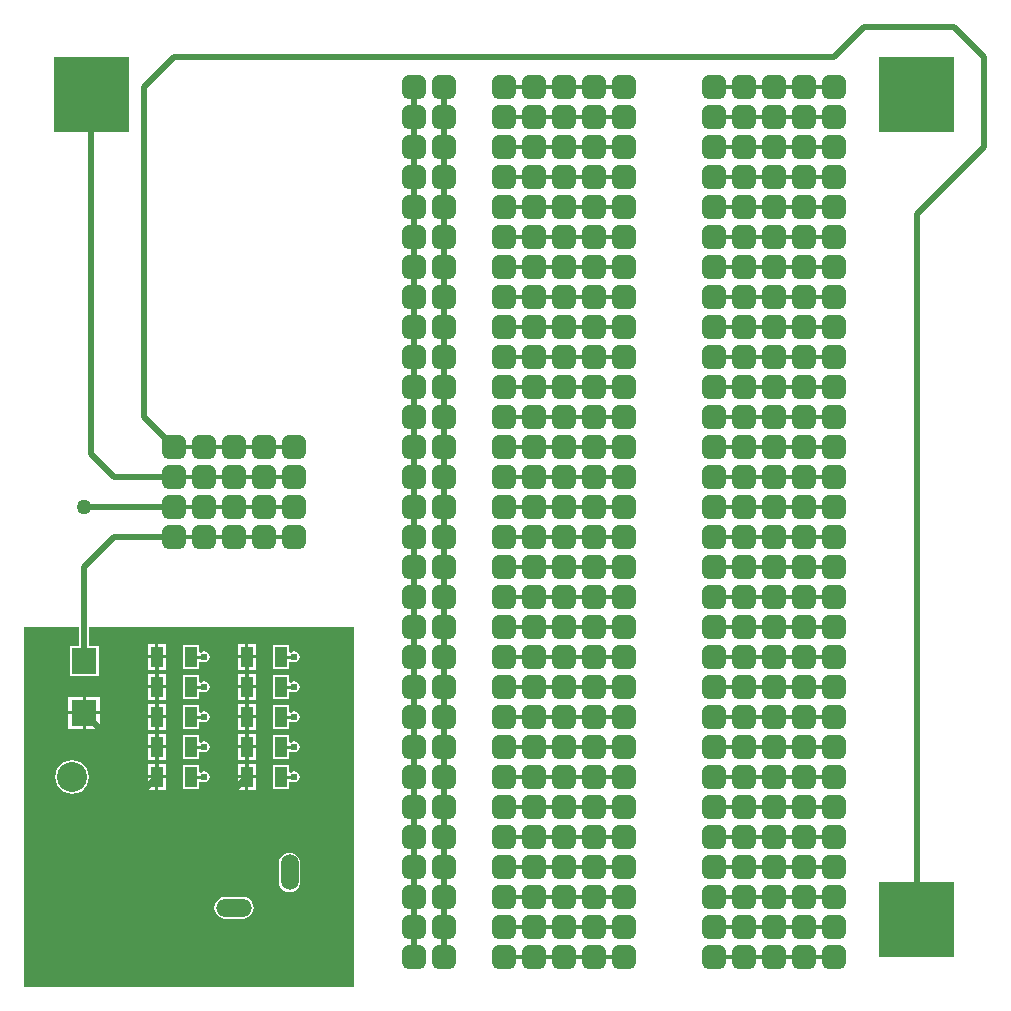
<source format=gtl>
G04*
G04 #@! TF.GenerationSoftware,Altium Limited,Altium Designer,18.1.7 (191)*
G04*
G04 Layer_Physical_Order=1*
G04 Layer_Color=255*
%FSLAX25Y25*%
%MOIN*%
G70*
G01*
G75*
%ADD14C,0.01000*%
%ADD16R,0.04134X0.06890*%
%ADD17R,0.08465X0.08661*%
%ADD26C,0.01968*%
%ADD27C,0.02000*%
%ADD28C,0.01181*%
%ADD29C,0.10000*%
G04:AMPARAMS|DCode=30|XSize=78.74mil|YSize=78.74mil|CornerRadius=19.68mil|HoleSize=0mil|Usage=FLASHONLY|Rotation=180.000|XOffset=0mil|YOffset=0mil|HoleType=Round|Shape=RoundedRectangle|*
%AMROUNDEDRECTD30*
21,1,0.07874,0.03937,0,0,180.0*
21,1,0.03937,0.07874,0,0,180.0*
1,1,0.03937,-0.01968,0.01968*
1,1,0.03937,0.01968,0.01968*
1,1,0.03937,0.01968,-0.01968*
1,1,0.03937,-0.01968,-0.01968*
%
%ADD30ROUNDEDRECTD30*%
G04:AMPARAMS|DCode=31|XSize=78.74mil|YSize=78.74mil|CornerRadius=19.68mil|HoleSize=0mil|Usage=FLASHONLY|Rotation=90.000|XOffset=0mil|YOffset=0mil|HoleType=Round|Shape=RoundedRectangle|*
%AMROUNDEDRECTD31*
21,1,0.07874,0.03937,0,0,90.0*
21,1,0.03937,0.07874,0,0,90.0*
1,1,0.03937,0.01968,0.01968*
1,1,0.03937,0.01968,-0.01968*
1,1,0.03937,-0.01968,-0.01968*
1,1,0.03937,-0.01968,0.01968*
%
%ADD31ROUNDEDRECTD31*%
%ADD32O,0.11874X0.05937*%
%ADD33O,0.05937X0.11874*%
%ADD34R,0.19685X0.19685*%
%ADD35C,0.05000*%
%ADD36C,0.02400*%
G36*
X150000Y125000D02*
X125000D01*
Y150000D01*
X150000D01*
Y125000D01*
D02*
G37*
G36*
X-125000D02*
X-150000D01*
Y150000D01*
X-125000D01*
Y125000D01*
D02*
G37*
G36*
X-50000Y-160000D02*
X-160000D01*
Y-40000D01*
X-141615D01*
Y-46408D01*
X-144832D01*
Y-56269D01*
X-135168D01*
Y-46408D01*
X-138385D01*
Y-40000D01*
X-50000D01*
Y-160000D01*
D02*
G37*
G36*
X150000Y-150000D02*
X125000D01*
Y-125000D01*
X150000D01*
Y-150000D01*
D02*
G37*
%LPC*%
G36*
X-112642Y-45555D02*
X-115209D01*
Y-49500D01*
X-112642D01*
Y-45555D01*
D02*
G37*
G36*
X-116209D02*
X-118776D01*
Y-49500D01*
X-116209D01*
Y-45555D01*
D02*
G37*
G36*
X-82642D02*
X-85209D01*
Y-49500D01*
X-82642D01*
Y-45555D01*
D02*
G37*
G36*
X-86209D02*
X-88776D01*
Y-49500D01*
X-86209D01*
Y-45555D01*
D02*
G37*
G36*
X-71624Y-45955D02*
X-76958D01*
Y-54045D01*
X-71624D01*
Y-51641D01*
X-71124Y-51414D01*
X-70702Y-51696D01*
X-70000Y-51835D01*
X-69298Y-51696D01*
X-68702Y-51298D01*
X-68304Y-50702D01*
X-68165Y-50000D01*
X-68304Y-49298D01*
X-68702Y-48702D01*
X-69298Y-48304D01*
X-70000Y-48165D01*
X-70702Y-48304D01*
X-71124Y-48586D01*
X-71624Y-48359D01*
Y-45955D01*
D02*
G37*
G36*
X-101624D02*
X-106958D01*
Y-54045D01*
X-101624D01*
Y-51641D01*
X-101124Y-51414D01*
X-100702Y-51696D01*
X-100000Y-51835D01*
X-99298Y-51696D01*
X-98702Y-51298D01*
X-98304Y-50702D01*
X-98165Y-50000D01*
X-98304Y-49298D01*
X-98702Y-48702D01*
X-99298Y-48304D01*
X-100000Y-48165D01*
X-100702Y-48304D01*
X-101124Y-48586D01*
X-101624Y-48359D01*
Y-45955D01*
D02*
G37*
G36*
X-82642Y-50500D02*
X-85209D01*
Y-54445D01*
X-82642D01*
Y-50500D01*
D02*
G37*
G36*
X-86209D02*
X-88776D01*
Y-54445D01*
X-86209D01*
Y-50500D01*
D02*
G37*
G36*
X-112642Y-50500D02*
X-115209D01*
Y-54445D01*
X-112642D01*
Y-50500D01*
D02*
G37*
G36*
X-116209D02*
X-118776D01*
Y-54445D01*
X-116209D01*
Y-50500D01*
D02*
G37*
G36*
X-82642Y-55555D02*
X-85209D01*
Y-59500D01*
X-82642D01*
Y-55555D01*
D02*
G37*
G36*
X-112642D02*
X-115209D01*
Y-59500D01*
X-112642D01*
Y-55555D01*
D02*
G37*
G36*
X-86209D02*
X-88776D01*
Y-59500D01*
X-86209D01*
Y-55555D01*
D02*
G37*
G36*
X-116209D02*
X-118776D01*
Y-59500D01*
X-116209D01*
Y-55555D01*
D02*
G37*
G36*
X-71624Y-55955D02*
X-76958D01*
Y-64045D01*
X-71624D01*
Y-61641D01*
X-71124Y-61414D01*
X-70702Y-61696D01*
X-70000Y-61835D01*
X-69298Y-61696D01*
X-68702Y-61298D01*
X-68304Y-60702D01*
X-68165Y-60000D01*
X-68304Y-59298D01*
X-68702Y-58702D01*
X-69298Y-58304D01*
X-70000Y-58165D01*
X-70702Y-58304D01*
X-71124Y-58586D01*
X-71624Y-58359D01*
Y-55955D01*
D02*
G37*
G36*
X-101624D02*
X-106958D01*
Y-64045D01*
X-101624D01*
Y-61641D01*
X-101124Y-61414D01*
X-100702Y-61696D01*
X-100000Y-61835D01*
X-99298Y-61696D01*
X-98702Y-61298D01*
X-98304Y-60702D01*
X-98165Y-60000D01*
X-98304Y-59298D01*
X-98702Y-58702D01*
X-99298Y-58304D01*
X-100000Y-58165D01*
X-100702Y-58304D01*
X-101124Y-58586D01*
X-101624Y-58359D01*
Y-55955D01*
D02*
G37*
G36*
X-82642Y-60500D02*
X-85209D01*
Y-64445D01*
X-82642D01*
Y-60500D01*
D02*
G37*
G36*
X-86209D02*
X-88776D01*
Y-64445D01*
X-86209D01*
Y-60500D01*
D02*
G37*
G36*
X-112642D02*
X-115209D01*
Y-64445D01*
X-112642D01*
Y-60500D01*
D02*
G37*
G36*
X-116209D02*
X-118776D01*
Y-64445D01*
X-116209D01*
Y-60500D01*
D02*
G37*
G36*
X-134768Y-63331D02*
X-139500D01*
Y-68161D01*
X-134768D01*
Y-63331D01*
D02*
G37*
G36*
X-140500D02*
X-145232D01*
Y-68161D01*
X-140500D01*
Y-63331D01*
D02*
G37*
G36*
X-82642Y-65555D02*
X-85209D01*
Y-69500D01*
X-82642D01*
Y-65555D01*
D02*
G37*
G36*
X-112642D02*
X-115209D01*
Y-69500D01*
X-112642D01*
Y-65555D01*
D02*
G37*
G36*
X-86209D02*
X-88776D01*
Y-69500D01*
X-86209D01*
Y-65555D01*
D02*
G37*
G36*
X-116209D02*
X-118776D01*
Y-69500D01*
X-116209D01*
Y-65555D01*
D02*
G37*
G36*
X-71624Y-65955D02*
X-76958D01*
Y-74045D01*
X-71624D01*
Y-71641D01*
X-71124Y-71414D01*
X-70702Y-71696D01*
X-70000Y-71835D01*
X-69298Y-71696D01*
X-68702Y-71298D01*
X-68304Y-70702D01*
X-68165Y-70000D01*
X-68304Y-69298D01*
X-68702Y-68702D01*
X-69298Y-68304D01*
X-70000Y-68165D01*
X-70702Y-68304D01*
X-71124Y-68586D01*
X-71624Y-68359D01*
Y-65955D01*
D02*
G37*
G36*
X-101624D02*
X-106958D01*
Y-74045D01*
X-101624D01*
Y-71641D01*
X-101124Y-71414D01*
X-100702Y-71696D01*
X-100000Y-71835D01*
X-99298Y-71696D01*
X-98702Y-71298D01*
X-98304Y-70702D01*
X-98165Y-70000D01*
X-98304Y-69298D01*
X-98702Y-68702D01*
X-99298Y-68304D01*
X-100000Y-68165D01*
X-100702Y-68304D01*
X-101124Y-68586D01*
X-101624Y-68359D01*
Y-65955D01*
D02*
G37*
G36*
X-134768Y-69161D02*
X-139500D01*
Y-73992D01*
X-134768D01*
Y-69161D01*
D02*
G37*
G36*
X-140500D02*
X-145232D01*
Y-73992D01*
X-140500D01*
Y-69161D01*
D02*
G37*
G36*
X-82642Y-70500D02*
X-85209D01*
Y-74445D01*
X-82642D01*
Y-70500D01*
D02*
G37*
G36*
X-86209D02*
X-88776D01*
Y-74445D01*
X-86209D01*
Y-70500D01*
D02*
G37*
G36*
X-112642D02*
X-115209D01*
Y-74445D01*
X-112642D01*
Y-70500D01*
D02*
G37*
G36*
X-116209D02*
X-118776D01*
Y-74445D01*
X-116209D01*
Y-70500D01*
D02*
G37*
G36*
X-82642Y-75555D02*
X-85209D01*
Y-79500D01*
X-82642D01*
Y-75555D01*
D02*
G37*
G36*
X-112642D02*
X-115209D01*
Y-79500D01*
X-112642D01*
Y-75555D01*
D02*
G37*
G36*
X-86209D02*
X-88776D01*
Y-79500D01*
X-86209D01*
Y-75555D01*
D02*
G37*
G36*
X-116209D02*
X-118776D01*
Y-79500D01*
X-116209D01*
Y-75555D01*
D02*
G37*
G36*
X-71624Y-75955D02*
X-76958D01*
Y-84045D01*
X-71624D01*
Y-81641D01*
X-71124Y-81414D01*
X-70702Y-81696D01*
X-70000Y-81835D01*
X-69298Y-81696D01*
X-68702Y-81298D01*
X-68304Y-80702D01*
X-68165Y-80000D01*
X-68304Y-79298D01*
X-68702Y-78702D01*
X-69298Y-78304D01*
X-70000Y-78165D01*
X-70702Y-78304D01*
X-71124Y-78586D01*
X-71624Y-78359D01*
Y-75955D01*
D02*
G37*
G36*
X-101624D02*
X-106958D01*
Y-84045D01*
X-101624D01*
Y-81641D01*
X-101124Y-81414D01*
X-100702Y-81696D01*
X-100000Y-81835D01*
X-99298Y-81696D01*
X-98702Y-81298D01*
X-98304Y-80702D01*
X-98165Y-80000D01*
X-98304Y-79298D01*
X-98702Y-78702D01*
X-99298Y-78304D01*
X-100000Y-78165D01*
X-100702Y-78304D01*
X-101124Y-78586D01*
X-101624Y-78359D01*
Y-75955D01*
D02*
G37*
G36*
X-82642Y-80500D02*
X-85209D01*
Y-84445D01*
X-82642D01*
Y-80500D01*
D02*
G37*
G36*
X-86209D02*
X-88776D01*
Y-84445D01*
X-86209D01*
Y-80500D01*
D02*
G37*
G36*
X-112642D02*
X-115209D01*
Y-84445D01*
X-112642D01*
Y-80500D01*
D02*
G37*
G36*
X-116209D02*
X-118776D01*
Y-84445D01*
X-116209D01*
Y-80500D01*
D02*
G37*
G36*
X-82642Y-85555D02*
X-85209D01*
Y-89500D01*
X-82642D01*
Y-85555D01*
D02*
G37*
G36*
X-86209D02*
X-88776D01*
Y-89500D01*
X-86209D01*
Y-85555D01*
D02*
G37*
G36*
X-112642D02*
X-115209D01*
Y-89500D01*
X-112642D01*
Y-85555D01*
D02*
G37*
G36*
X-116209D02*
X-118776D01*
Y-89500D01*
X-116209D01*
Y-85555D01*
D02*
G37*
G36*
X-71624Y-85955D02*
X-76958D01*
Y-94045D01*
X-71624D01*
Y-91641D01*
X-71124Y-91414D01*
X-70702Y-91696D01*
X-70000Y-91835D01*
X-69298Y-91696D01*
X-68702Y-91298D01*
X-68304Y-90702D01*
X-68165Y-90000D01*
X-68304Y-89298D01*
X-68702Y-88702D01*
X-69298Y-88304D01*
X-70000Y-88165D01*
X-70702Y-88304D01*
X-71124Y-88586D01*
X-71624Y-88359D01*
Y-85955D01*
D02*
G37*
G36*
X-101624D02*
X-106958D01*
Y-94045D01*
X-101624D01*
Y-91641D01*
X-101124Y-91414D01*
X-100702Y-91696D01*
X-100000Y-91835D01*
X-99298Y-91696D01*
X-98702Y-91298D01*
X-98304Y-90702D01*
X-98165Y-90000D01*
X-98304Y-89298D01*
X-98702Y-88702D01*
X-99298Y-88304D01*
X-100000Y-88165D01*
X-100702Y-88304D01*
X-101124Y-88586D01*
X-101624Y-88359D01*
Y-85955D01*
D02*
G37*
G36*
X-82642Y-90500D02*
X-85209D01*
Y-94445D01*
X-82642D01*
Y-90500D01*
D02*
G37*
G36*
X-86209D02*
X-88776D01*
Y-94445D01*
X-86209D01*
Y-90500D01*
D02*
G37*
G36*
X-112642Y-90500D02*
X-115209D01*
Y-94445D01*
X-112642D01*
Y-90500D01*
D02*
G37*
G36*
X-116209D02*
X-118776D01*
Y-94445D01*
X-116209D01*
Y-90500D01*
D02*
G37*
G36*
X-144000Y-84352D02*
X-145462Y-84544D01*
X-146824Y-85108D01*
X-147994Y-86006D01*
X-148892Y-87176D01*
X-149456Y-88538D01*
X-149648Y-90000D01*
X-149456Y-91462D01*
X-148892Y-92824D01*
X-147994Y-93994D01*
X-146824Y-94892D01*
X-145462Y-95456D01*
X-144000Y-95648D01*
X-142538Y-95456D01*
X-141176Y-94892D01*
X-140006Y-93994D01*
X-139108Y-92824D01*
X-138544Y-91462D01*
X-138352Y-90000D01*
X-138544Y-88538D01*
X-139108Y-87176D01*
X-140006Y-86006D01*
X-141176Y-85108D01*
X-142538Y-84544D01*
X-144000Y-84352D01*
D02*
G37*
G36*
X-71496Y-115243D02*
X-72428Y-115366D01*
X-73296Y-115725D01*
X-74041Y-116297D01*
X-74613Y-117043D01*
X-74973Y-117911D01*
X-75095Y-118842D01*
Y-124779D01*
X-74973Y-125711D01*
X-74613Y-126579D01*
X-74041Y-127325D01*
X-73296Y-127897D01*
X-72428Y-128256D01*
X-71496Y-128379D01*
X-70565Y-128256D01*
X-69696Y-127897D01*
X-68951Y-127325D01*
X-68379Y-126579D01*
X-68019Y-125711D01*
X-67897Y-124779D01*
Y-118842D01*
X-68019Y-117911D01*
X-68379Y-117043D01*
X-68951Y-116297D01*
X-69696Y-115725D01*
X-70565Y-115366D01*
X-71496Y-115243D01*
D02*
G37*
G36*
X-87032Y-130023D02*
X-92968D01*
X-93900Y-130145D01*
X-94768Y-130505D01*
X-95514Y-131077D01*
X-96086Y-131822D01*
X-96445Y-132691D01*
X-96568Y-133622D01*
X-96445Y-134554D01*
X-96086Y-135422D01*
X-95514Y-136167D01*
X-94768Y-136739D01*
X-93900Y-137099D01*
X-92968Y-137221D01*
X-87032D01*
X-86100Y-137099D01*
X-85232Y-136739D01*
X-84486Y-136167D01*
X-83914Y-135422D01*
X-83555Y-134554D01*
X-83432Y-133622D01*
X-83555Y-132691D01*
X-83914Y-131822D01*
X-84486Y-131077D01*
X-85232Y-130505D01*
X-86100Y-130145D01*
X-87032Y-130023D01*
D02*
G37*
%LPD*%
D14*
X-74291Y-50000D02*
X-70000D01*
X-74291Y-60000D02*
X-70000D01*
X-74291Y-70000D02*
X-70000D01*
X-74291Y-80000D02*
X-70000D01*
X-74291Y-90000D02*
X-70000D01*
X-104291D02*
X-100000D01*
X-104291Y-80000D02*
X-100000D01*
X-104291Y-70000D02*
X-100000D01*
X-104291Y-60000D02*
X-100000D01*
X-104291Y-50000D02*
X-100000D01*
X-115709Y-90000D02*
Y-80000D01*
Y-70000D01*
Y-60000D01*
Y-50000D01*
X-85709Y-60000D02*
Y-50000D01*
Y-70000D02*
Y-60000D01*
Y-80000D02*
Y-70000D01*
Y-90000D02*
Y-80000D01*
D16*
X-115709Y-90000D02*
D03*
X-104291D02*
D03*
X-74291D02*
D03*
X-85709D02*
D03*
Y-80000D02*
D03*
X-74291D02*
D03*
X-85709Y-70000D02*
D03*
X-74291D02*
D03*
X-85709Y-60000D02*
D03*
X-74291D02*
D03*
X-85709Y-50000D02*
D03*
X-74291D02*
D03*
X-104291Y-80000D02*
D03*
X-115709D02*
D03*
X-104291Y-70000D02*
D03*
X-115709D02*
D03*
X-104291Y-60000D02*
D03*
X-115709D02*
D03*
Y-50000D02*
D03*
X-104291D02*
D03*
D17*
X-140000Y-51339D02*
D03*
Y-68661D02*
D03*
D26*
X-144000Y-110000D02*
X-137795Y-116205D01*
Y-137795D02*
Y-116205D01*
X-120000Y-102205D02*
Y-94291D01*
Y-120000D02*
Y-102205D01*
Y-94291D02*
X-115709Y-90000D01*
X-140000Y-68661D02*
X-125000Y-83661D01*
Y-97205D02*
X-120000Y-102205D01*
X-125000Y-97205D02*
Y-83661D01*
X-120000Y-102205D02*
X-97795D01*
X-137795Y-137795D02*
X-120000Y-120000D01*
X-97795Y-102205D02*
X-90000Y-110000D01*
Y-94291D01*
X137795Y-137795D02*
Y97795D01*
X160000Y120000D01*
Y150000D01*
X150000Y160000D02*
X160000Y150000D01*
X120000Y160000D02*
X150000D01*
X110000Y150000D02*
X120000Y160000D01*
X-120000Y30000D02*
Y139902D01*
Y30000D02*
X-110000Y20000D01*
X-120000Y139902D02*
X-109902Y150000D01*
X110000D01*
X-130000Y-10000D02*
X-110000D01*
X-140000Y-20000D02*
X-130000Y-10000D01*
X-140000Y-51339D02*
Y-20000D01*
X-90000Y-94291D02*
X-85709Y-90000D01*
X-137795Y30000D02*
Y137795D01*
Y17795D02*
Y30000D01*
Y17795D02*
X-130000Y10000D01*
X-110000D01*
D27*
X-140000Y0D02*
X-110000D01*
X-20000Y130000D02*
Y140000D01*
Y120000D02*
Y130000D01*
Y110000D02*
Y120000D01*
Y100000D02*
Y110000D01*
Y90000D02*
Y100000D01*
Y80000D02*
Y90000D01*
Y70000D02*
Y80000D01*
Y60000D02*
Y70000D01*
Y50000D02*
Y60000D01*
Y40000D02*
Y50000D01*
Y30000D02*
Y40000D01*
Y20000D02*
Y30000D01*
Y10000D02*
Y20000D01*
Y0D02*
Y10000D01*
Y-10000D02*
Y0D01*
Y-20000D02*
Y-10000D01*
Y-30000D02*
Y-20000D01*
Y-40000D02*
Y-30000D01*
Y-50000D02*
Y-40000D01*
Y-60000D02*
Y-50000D01*
Y-70000D02*
Y-60000D01*
Y-80000D02*
Y-70000D01*
Y-90000D02*
Y-80000D01*
Y-100000D02*
Y-90000D01*
Y-110000D02*
Y-100000D01*
Y-120000D02*
Y-110000D01*
Y-130000D02*
Y-120000D01*
Y-140000D02*
Y-130000D01*
Y-150000D02*
Y-140000D01*
X-30000Y130000D02*
Y140000D01*
Y120000D02*
Y130000D01*
Y110000D02*
Y120000D01*
Y100000D02*
Y110000D01*
Y90000D02*
Y100000D01*
Y80000D02*
Y90000D01*
Y70000D02*
Y80000D01*
Y60000D02*
Y70000D01*
Y50000D02*
Y60000D01*
Y40000D02*
Y50000D01*
Y30000D02*
Y40000D01*
Y20000D02*
Y30000D01*
Y10000D02*
Y20000D01*
Y0D02*
Y10000D01*
Y-10000D02*
Y0D01*
Y-20000D02*
Y-10000D01*
Y-30000D02*
Y-20000D01*
Y-40000D02*
Y-30000D01*
Y-50000D02*
Y-40000D01*
Y-60000D02*
Y-50000D01*
Y-70000D02*
Y-60000D01*
Y-80000D02*
Y-70000D01*
Y-90000D02*
Y-80000D01*
Y-100000D02*
Y-90000D01*
Y-110000D02*
Y-100000D01*
Y-120000D02*
Y-110000D01*
Y-130000D02*
Y-120000D01*
Y-140000D02*
Y-130000D01*
Y-150000D02*
Y-140000D01*
D28*
X100000Y-40000D02*
X110000D01*
X90000D02*
X100000D01*
X80000D02*
X90000D01*
X70000D02*
X80000D01*
X-20000Y-20000D02*
Y-10000D01*
Y-30000D02*
Y-20000D01*
Y-40000D02*
Y-30000D01*
Y-50000D02*
Y-40000D01*
X70000Y-10000D02*
X80000D01*
X90000D01*
X100000D01*
X110000D01*
X0D02*
X10000D01*
X20000D01*
X30000D01*
X40000D01*
X-30000Y-20000D02*
Y-10000D01*
Y-30000D02*
Y-20000D01*
Y-40000D02*
Y-30000D01*
Y-50000D02*
Y-40000D01*
X70000Y-20000D02*
X80000D01*
X90000D01*
X100000D01*
X110000D01*
X0D02*
X10000D01*
X20000D01*
X30000D01*
X40000D01*
X70000Y-30000D02*
X80000D01*
X90000D01*
X100000D01*
X110000D01*
X0D02*
X10000D01*
X20000D01*
X30000D01*
X40000D01*
X0Y-40000D02*
X10000D01*
X20000D01*
X30000D01*
X40000D01*
X70000Y-50000D02*
X80000D01*
X90000D01*
X100000D01*
X110000D01*
X0D02*
X10000D01*
X20000D01*
X30000D01*
X40000D01*
X-20000Y-70000D02*
Y-60000D01*
Y-80000D02*
Y-70000D01*
Y-90000D02*
Y-80000D01*
Y-100000D02*
Y-90000D01*
X70000Y-60000D02*
X80000D01*
X90000D01*
X100000D01*
X110000D01*
X0D02*
X10000D01*
X20000D01*
X30000D01*
X40000D01*
X-30000Y-70000D02*
Y-60000D01*
Y-80000D02*
Y-70000D01*
Y-90000D02*
Y-80000D01*
Y-100000D02*
Y-90000D01*
X70000Y-70000D02*
X80000D01*
X90000D01*
X100000D01*
X110000D01*
X0D02*
X10000D01*
X20000D01*
X30000D01*
X40000D01*
X70000Y-80000D02*
X80000D01*
X90000D01*
X100000D01*
X110000D01*
X0D02*
X10000D01*
X20000D01*
X30000D01*
X40000D01*
X70000Y-90000D02*
X80000D01*
X90000D01*
X100000D01*
X110000D01*
X0D02*
X10000D01*
X20000D01*
X30000D01*
X40000D01*
X70000Y-100000D02*
X80000D01*
X90000D01*
X100000D01*
X110000D01*
X0D02*
X10000D01*
X20000D01*
X30000D01*
X40000D01*
X-20000Y-120000D02*
Y-110000D01*
Y-130000D02*
Y-120000D01*
Y-140000D02*
Y-130000D01*
Y-150000D02*
Y-140000D01*
X70000Y-110000D02*
X80000D01*
X90000D01*
X100000D01*
X110000D01*
X0D02*
X10000D01*
X20000D01*
X30000D01*
X40000D01*
X-30000Y-120000D02*
Y-110000D01*
Y-130000D02*
Y-120000D01*
Y-140000D02*
Y-130000D01*
Y-150000D02*
Y-140000D01*
X70000Y-120000D02*
X80000D01*
X90000D01*
X100000D01*
X110000D01*
X0D02*
X10000D01*
X20000D01*
X30000D01*
X40000D01*
X70000Y-130000D02*
X80000D01*
X90000D01*
X100000D01*
X110000D01*
X0D02*
X10000D01*
X20000D01*
X30000D01*
X40000D01*
X70000Y-140000D02*
X80000D01*
X90000D01*
X100000D01*
X110000D01*
X0D02*
X10000D01*
X20000D01*
X30000D01*
X40000D01*
X70000Y-150000D02*
X80000D01*
X90000D01*
X100000D01*
X110000D01*
X0D02*
X10000D01*
X20000D01*
X30000D01*
X40000D01*
X-80000Y0D02*
X-70000D01*
X-90000D02*
X-80000D01*
X-100000D02*
X-90000D01*
X-110000D02*
X-100000D01*
X-80000Y20000D02*
X-70000D01*
X-90000D02*
X-80000D01*
X-100000D02*
X-90000D01*
X-110000D02*
X-100000D01*
X-80000Y10000D02*
X-70000D01*
X-90000D02*
X-80000D01*
X-100000D02*
X-90000D01*
X-110000D02*
X-100000D01*
X-80000Y-10000D02*
X-70000D01*
X-90000D02*
X-80000D01*
X-100000D02*
X-90000D01*
X-110000D02*
X-100000D01*
X-20000Y30000D02*
Y40000D01*
Y20000D02*
Y30000D01*
Y10000D02*
Y20000D01*
Y0D02*
Y10000D01*
Y50000D02*
Y60000D01*
Y70000D01*
Y80000D01*
Y90000D01*
Y100000D02*
Y110000D01*
Y120000D01*
Y130000D01*
Y140000D01*
X-30000Y30000D02*
Y40000D01*
Y20000D02*
Y30000D01*
Y10000D02*
Y20000D01*
Y0D02*
Y10000D01*
Y80000D02*
Y90000D01*
Y70000D02*
Y80000D01*
Y60000D02*
Y70000D01*
Y50000D02*
Y60000D01*
Y130000D02*
Y140000D01*
Y120000D02*
Y130000D01*
Y110000D02*
Y120000D01*
Y100000D02*
Y110000D01*
X70000Y0D02*
X80000D01*
X90000D01*
X100000D01*
X110000D01*
X0D02*
X10000D01*
X20000D01*
X30000D01*
X40000D01*
X70000Y10000D02*
X80000D01*
X90000D01*
X100000D01*
X110000D01*
X0D02*
X10000D01*
X20000D01*
X30000D01*
X40000D01*
X70000Y20000D02*
X80000D01*
X90000D01*
X100000D01*
X110000D01*
X0D02*
X10000D01*
X20000D01*
X30000D01*
X40000D01*
X70000Y30000D02*
X80000D01*
X90000D01*
X100000D01*
X110000D01*
X0D02*
X10000D01*
X20000D01*
X30000D01*
X40000D01*
X70000Y40000D02*
X80000D01*
X90000D01*
X100000D01*
X110000D01*
X0D02*
X10000D01*
X20000D01*
X30000D01*
X40000D01*
X70000Y50000D02*
X80000D01*
X90000D01*
X100000D01*
X110000D01*
X0D02*
X10000D01*
X20000D01*
X30000D01*
X40000D01*
X70000Y60000D02*
X80000D01*
X90000D01*
X100000D01*
X110000D01*
X0D02*
X10000D01*
X20000D01*
X30000D01*
X40000D01*
X70000Y70000D02*
X80000D01*
X90000D01*
X100000D01*
X110000D01*
X0D02*
X10000D01*
X20000D01*
X30000D01*
X40000D01*
X70000Y80000D02*
X80000D01*
X90000D01*
X100000D01*
X110000D01*
X0D02*
X10000D01*
X20000D01*
X30000D01*
X40000D01*
X70000Y90000D02*
X80000D01*
X90000D01*
X100000D01*
X110000D01*
X0D02*
X10000D01*
X20000D01*
X30000D01*
X40000D01*
X70000Y100000D02*
X80000D01*
X90000D01*
X100000D01*
X110000D01*
X0D02*
X10000D01*
X20000D01*
X30000D01*
X40000D01*
X70000Y110000D02*
X80000D01*
X90000D01*
X100000D01*
X110000D01*
X0D02*
X10000D01*
X20000D01*
X30000D01*
X40000D01*
X70000Y120000D02*
X80000D01*
X90000D01*
X100000D01*
X110000D01*
X0D02*
X10000D01*
X20000D01*
X30000D01*
X40000D01*
X70000Y130000D02*
X80000D01*
X90000D01*
X100000D01*
X110000D01*
X0D02*
X10000D01*
X20000D01*
X30000D01*
X40000D01*
X100000Y140000D02*
X110000D01*
X90000D02*
X100000D01*
X80000D02*
X90000D01*
X70000D02*
X80000D01*
X0D02*
X10000D01*
X20000D01*
X30000D01*
X40000D01*
D29*
X-144000Y-90000D02*
D03*
Y-110000D02*
D03*
D30*
X70000Y-40000D02*
D03*
X80000D02*
D03*
X90000D02*
D03*
X100000D02*
D03*
X110000D02*
D03*
Y-10000D02*
D03*
X100000D02*
D03*
X90000D02*
D03*
X80000D02*
D03*
X70000D02*
D03*
X40000D02*
D03*
X30000D02*
D03*
X20000D02*
D03*
X10000D02*
D03*
X0D02*
D03*
X110000Y-20000D02*
D03*
X100000D02*
D03*
X90000D02*
D03*
X80000D02*
D03*
X70000D02*
D03*
X40000D02*
D03*
X30000D02*
D03*
X20000D02*
D03*
X10000D02*
D03*
X0D02*
D03*
X110000Y-30000D02*
D03*
X100000D02*
D03*
X90000D02*
D03*
X80000D02*
D03*
X70000D02*
D03*
X40000D02*
D03*
X30000D02*
D03*
X20000D02*
D03*
X10000D02*
D03*
X0D02*
D03*
X40000Y-40000D02*
D03*
X30000D02*
D03*
X20000D02*
D03*
X10000D02*
D03*
X0D02*
D03*
X110000Y-50000D02*
D03*
X100000D02*
D03*
X90000D02*
D03*
X80000D02*
D03*
X70000D02*
D03*
X40000D02*
D03*
X30000D02*
D03*
X20000D02*
D03*
X10000D02*
D03*
X0D02*
D03*
X110000Y-60000D02*
D03*
X100000D02*
D03*
X90000D02*
D03*
X80000D02*
D03*
X70000D02*
D03*
X40000D02*
D03*
X30000D02*
D03*
X20000D02*
D03*
X10000D02*
D03*
X0D02*
D03*
X110000Y-70000D02*
D03*
X100000D02*
D03*
X90000D02*
D03*
X80000D02*
D03*
X70000D02*
D03*
X40000D02*
D03*
X30000D02*
D03*
X20000D02*
D03*
X10000D02*
D03*
X0D02*
D03*
X110000Y-80000D02*
D03*
X100000D02*
D03*
X90000D02*
D03*
X80000D02*
D03*
X70000D02*
D03*
X40000D02*
D03*
X30000D02*
D03*
X20000D02*
D03*
X10000D02*
D03*
X0D02*
D03*
X110000Y-90000D02*
D03*
X100000D02*
D03*
X90000D02*
D03*
X80000D02*
D03*
X70000D02*
D03*
X40000D02*
D03*
X30000D02*
D03*
X20000D02*
D03*
X10000D02*
D03*
X0D02*
D03*
X110000Y-100000D02*
D03*
X100000D02*
D03*
X90000D02*
D03*
X80000D02*
D03*
X70000D02*
D03*
X40000D02*
D03*
X30000D02*
D03*
X20000D02*
D03*
X10000D02*
D03*
X0D02*
D03*
X110000Y-110000D02*
D03*
X100000D02*
D03*
X90000D02*
D03*
X80000D02*
D03*
X70000D02*
D03*
X40000D02*
D03*
X30000D02*
D03*
X20000D02*
D03*
X10000D02*
D03*
X0D02*
D03*
X110000Y-120000D02*
D03*
X100000D02*
D03*
X90000D02*
D03*
X80000D02*
D03*
X70000D02*
D03*
X40000D02*
D03*
X30000D02*
D03*
X20000D02*
D03*
X10000D02*
D03*
X0D02*
D03*
X110000Y-130000D02*
D03*
X100000D02*
D03*
X90000D02*
D03*
X80000D02*
D03*
X70000D02*
D03*
X40000D02*
D03*
X30000D02*
D03*
X20000D02*
D03*
X10000D02*
D03*
X0D02*
D03*
X110000Y-140000D02*
D03*
X100000D02*
D03*
X90000D02*
D03*
X80000D02*
D03*
X70000D02*
D03*
X40000D02*
D03*
X30000D02*
D03*
X20000D02*
D03*
X10000D02*
D03*
X0D02*
D03*
X110000Y-150000D02*
D03*
X100000D02*
D03*
X90000D02*
D03*
X80000D02*
D03*
X70000D02*
D03*
X40000D02*
D03*
X30000D02*
D03*
X20000D02*
D03*
X10000D02*
D03*
X0D02*
D03*
X-110000Y0D02*
D03*
X-100000D02*
D03*
X-90000D02*
D03*
X-80000D02*
D03*
X-70000D02*
D03*
X-110000Y20000D02*
D03*
X-100000D02*
D03*
X-90000D02*
D03*
X-80000D02*
D03*
X-70000D02*
D03*
X-110000Y10000D02*
D03*
X-100000D02*
D03*
X-90000D02*
D03*
X-80000D02*
D03*
X-70000D02*
D03*
X-110000Y-10000D02*
D03*
X-100000D02*
D03*
X-90000D02*
D03*
X-80000D02*
D03*
X-70000D02*
D03*
X110000Y0D02*
D03*
X100000D02*
D03*
X90000D02*
D03*
X80000D02*
D03*
X70000D02*
D03*
X40000D02*
D03*
X30000D02*
D03*
X20000D02*
D03*
X10000D02*
D03*
X0D02*
D03*
X110000Y10000D02*
D03*
X100000D02*
D03*
X90000D02*
D03*
X80000D02*
D03*
X70000D02*
D03*
X40000D02*
D03*
X30000D02*
D03*
X20000D02*
D03*
X10000D02*
D03*
X0D02*
D03*
X110000Y20000D02*
D03*
X100000D02*
D03*
X90000D02*
D03*
X80000D02*
D03*
X70000D02*
D03*
X40000D02*
D03*
X30000D02*
D03*
X20000D02*
D03*
X10000D02*
D03*
X0D02*
D03*
X110000Y30000D02*
D03*
X100000D02*
D03*
X90000D02*
D03*
X80000D02*
D03*
X70000D02*
D03*
X40000D02*
D03*
X30000D02*
D03*
X20000D02*
D03*
X10000D02*
D03*
X0D02*
D03*
X110000Y40000D02*
D03*
X100000D02*
D03*
X90000D02*
D03*
X80000D02*
D03*
X70000D02*
D03*
X40000D02*
D03*
X30000D02*
D03*
X20000D02*
D03*
X10000D02*
D03*
X0D02*
D03*
X110000Y50000D02*
D03*
X100000D02*
D03*
X90000D02*
D03*
X80000D02*
D03*
X70000D02*
D03*
X40000D02*
D03*
X30000D02*
D03*
X20000D02*
D03*
X10000D02*
D03*
X0D02*
D03*
X110000Y60000D02*
D03*
X100000D02*
D03*
X90000D02*
D03*
X80000D02*
D03*
X70000D02*
D03*
X40000D02*
D03*
X30000D02*
D03*
X20000D02*
D03*
X10000D02*
D03*
X0D02*
D03*
X110000Y70000D02*
D03*
X100000D02*
D03*
X90000D02*
D03*
X80000D02*
D03*
X70000D02*
D03*
X40000D02*
D03*
X30000D02*
D03*
X20000D02*
D03*
X10000D02*
D03*
X0D02*
D03*
X110000Y80000D02*
D03*
X100000D02*
D03*
X90000D02*
D03*
X80000D02*
D03*
X70000D02*
D03*
X40000D02*
D03*
X30000D02*
D03*
X20000D02*
D03*
X10000D02*
D03*
X0D02*
D03*
X110000Y90000D02*
D03*
X100000D02*
D03*
X90000D02*
D03*
X80000D02*
D03*
X70000D02*
D03*
X40000D02*
D03*
X30000D02*
D03*
X20000D02*
D03*
X10000D02*
D03*
X0D02*
D03*
X110000Y100000D02*
D03*
X100000D02*
D03*
X90000D02*
D03*
X80000D02*
D03*
X70000D02*
D03*
X40000D02*
D03*
X30000D02*
D03*
X20000D02*
D03*
X10000D02*
D03*
X0D02*
D03*
X110000Y110000D02*
D03*
X100000D02*
D03*
X90000D02*
D03*
X80000D02*
D03*
X70000D02*
D03*
X40000D02*
D03*
X30000D02*
D03*
X20000D02*
D03*
X10000D02*
D03*
X0D02*
D03*
X110000Y120000D02*
D03*
X100000D02*
D03*
X90000D02*
D03*
X80000D02*
D03*
X70000D02*
D03*
X40000D02*
D03*
X30000D02*
D03*
X20000D02*
D03*
X10000D02*
D03*
X0D02*
D03*
X110000Y130000D02*
D03*
X100000D02*
D03*
X90000D02*
D03*
X80000D02*
D03*
X70000D02*
D03*
X40000D02*
D03*
X30000D02*
D03*
X20000D02*
D03*
X10000D02*
D03*
X0D02*
D03*
X70000Y140000D02*
D03*
X80000D02*
D03*
X90000D02*
D03*
X100000D02*
D03*
X110000D02*
D03*
X40000D02*
D03*
X30000D02*
D03*
X20000D02*
D03*
X10000D02*
D03*
X0D02*
D03*
D31*
X-20000Y-50000D02*
D03*
Y-40000D02*
D03*
Y-30000D02*
D03*
Y-20000D02*
D03*
Y-10000D02*
D03*
X-30000Y-50000D02*
D03*
Y-40000D02*
D03*
Y-30000D02*
D03*
Y-20000D02*
D03*
Y-10000D02*
D03*
X-20000Y-100000D02*
D03*
Y-90000D02*
D03*
Y-80000D02*
D03*
Y-70000D02*
D03*
Y-60000D02*
D03*
X-30000Y-100000D02*
D03*
Y-90000D02*
D03*
Y-80000D02*
D03*
Y-70000D02*
D03*
Y-60000D02*
D03*
X-20000Y-150000D02*
D03*
Y-140000D02*
D03*
Y-130000D02*
D03*
Y-120000D02*
D03*
Y-110000D02*
D03*
X-30000Y-150000D02*
D03*
Y-140000D02*
D03*
Y-130000D02*
D03*
Y-120000D02*
D03*
Y-110000D02*
D03*
X-20000Y0D02*
D03*
Y10000D02*
D03*
Y20000D02*
D03*
Y30000D02*
D03*
Y40000D02*
D03*
Y90000D02*
D03*
Y80000D02*
D03*
Y70000D02*
D03*
Y60000D02*
D03*
Y50000D02*
D03*
Y140000D02*
D03*
Y130000D02*
D03*
Y120000D02*
D03*
Y110000D02*
D03*
Y100000D02*
D03*
X-30000Y0D02*
D03*
Y10000D02*
D03*
Y20000D02*
D03*
Y30000D02*
D03*
Y40000D02*
D03*
Y50000D02*
D03*
Y60000D02*
D03*
Y70000D02*
D03*
Y80000D02*
D03*
Y90000D02*
D03*
Y100000D02*
D03*
Y110000D02*
D03*
Y120000D02*
D03*
Y130000D02*
D03*
Y140000D02*
D03*
D32*
X-90000Y-110000D02*
D03*
Y-133622D02*
D03*
D33*
X-71496Y-121811D02*
D03*
D34*
X137795Y-137795D02*
D03*
X-137795D02*
D03*
X137795Y137795D02*
D03*
X-137795D02*
D03*
D35*
X-140000Y0D02*
D03*
D36*
X-70000Y-80000D02*
D03*
Y-70000D02*
D03*
Y-60000D02*
D03*
Y-50000D02*
D03*
X-100000D02*
D03*
Y-60000D02*
D03*
Y-70000D02*
D03*
Y-80000D02*
D03*
Y-90000D02*
D03*
X-70000D02*
D03*
M02*

</source>
